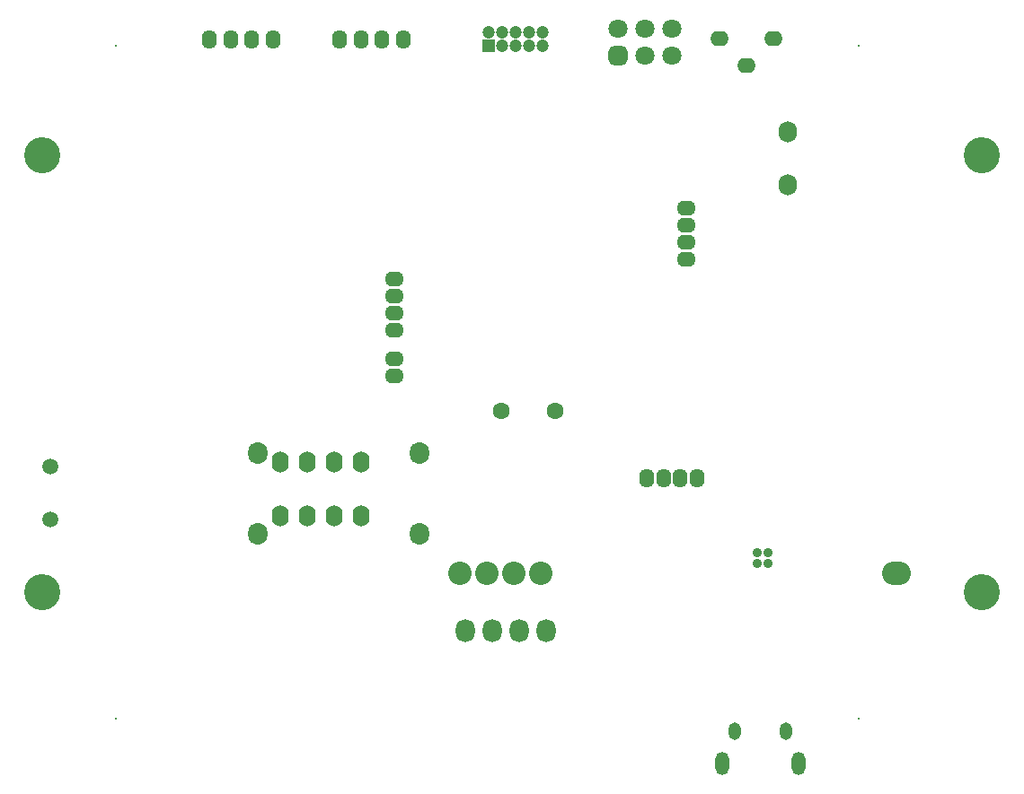
<source format=gbs>
G04 Layer_Color=16711935*
%FSLAX25Y25*%
%MOIN*%
G70*
G01*
G75*
%ADD76R,0.04737X0.04737*%
%ADD101O,0.04737X0.06509*%
%ADD102O,0.05131X0.08674*%
%ADD103O,0.07099X0.08674*%
%ADD104O,0.06800X0.07887*%
%ADD105O,0.07099X0.08280*%
%ADD106C,0.00800*%
%ADD107C,0.13398*%
%ADD108O,0.06312X0.07887*%
%ADD109O,0.05524X0.07099*%
%ADD110C,0.04737*%
%ADD111C,0.07099*%
G04:AMPARAMS|DCode=112|XSize=70.99mil|YSize=70.99mil|CornerRadius=19.75mil|HoleSize=0mil|Usage=FLASHONLY|Rotation=180.000|XOffset=0mil|YOffset=0mil|HoleType=Round|Shape=RoundedRectangle|*
%AMROUNDEDRECTD112*
21,1,0.07099,0.03150,0,0,180.0*
21,1,0.03150,0.07099,0,0,180.0*
1,1,0.03950,-0.01575,0.01575*
1,1,0.03950,0.01575,0.01575*
1,1,0.03950,0.01575,-0.01575*
1,1,0.03950,-0.01575,-0.01575*
%
%ADD112ROUNDEDRECTD112*%
%ADD113C,0.05918*%
%ADD114C,0.06312*%
%ADD115O,0.07099X0.05524*%
%ADD116O,0.05524X0.07099*%
%ADD117O,0.06800X0.05524*%
%ADD118O,0.10642X0.08674*%
%ADD119C,0.08674*%
%ADD120C,0.03556*%
D76*
X185800Y271300D02*
D03*
D101*
X277051Y16600D02*
D03*
X295949D02*
D03*
D102*
X300575Y4789D02*
D03*
X272425D02*
D03*
D103*
X207000Y54000D02*
D03*
X197000D02*
D03*
X187000D02*
D03*
X177000D02*
D03*
D104*
X296700Y219858D02*
D03*
Y239543D02*
D03*
D105*
X160000Y120000D02*
D03*
Y90000D02*
D03*
X100000D02*
D03*
Y120000D02*
D03*
D106*
X322890Y271524D02*
D03*
X322890Y21524D02*
D03*
X47300D02*
D03*
Y271524D02*
D03*
D107*
X368492Y68587D02*
D03*
Y230791D02*
D03*
X20067D02*
D03*
Y68587D02*
D03*
D108*
X128400Y116900D02*
D03*
X138400D02*
D03*
Y96900D02*
D03*
X128400D02*
D03*
X118400Y116900D02*
D03*
X108400D02*
D03*
X118400Y96900D02*
D03*
X108400D02*
D03*
D109*
X146137Y273900D02*
D03*
X138263D02*
D03*
X130389D02*
D03*
X154011D02*
D03*
X97737D02*
D03*
X89863D02*
D03*
X81989D02*
D03*
X105611D02*
D03*
D110*
X195800Y276300D02*
D03*
Y271300D02*
D03*
X190800Y276300D02*
D03*
Y271300D02*
D03*
X185800Y276300D02*
D03*
X200800Y271300D02*
D03*
Y276300D02*
D03*
X205800D02*
D03*
Y271300D02*
D03*
D111*
X253700Y267900D02*
D03*
X243700D02*
D03*
X233700Y277900D02*
D03*
X243700D02*
D03*
X253700D02*
D03*
D112*
X233700Y267900D02*
D03*
D113*
X23100Y115243D02*
D03*
Y95557D02*
D03*
D114*
X190400Y135700D02*
D03*
X210479D02*
D03*
D115*
X150800Y178400D02*
D03*
Y172100D02*
D03*
Y165800D02*
D03*
Y184700D02*
D03*
Y155200D02*
D03*
Y148900D02*
D03*
X258900Y211000D02*
D03*
Y192100D02*
D03*
Y198400D02*
D03*
Y204700D02*
D03*
D116*
X250500Y110700D02*
D03*
X256800D02*
D03*
X263100D02*
D03*
X244200D02*
D03*
D117*
X281400Y264000D02*
D03*
X271400Y274000D02*
D03*
X291400D02*
D03*
D118*
X337100Y75400D02*
D03*
D119*
X174913Y75300D02*
D03*
X184913D02*
D03*
X194913D02*
D03*
X204913D02*
D03*
D120*
X289300Y79000D02*
D03*
X285300D02*
D03*
X289300Y83000D02*
D03*
X285300D02*
D03*
M02*

</source>
